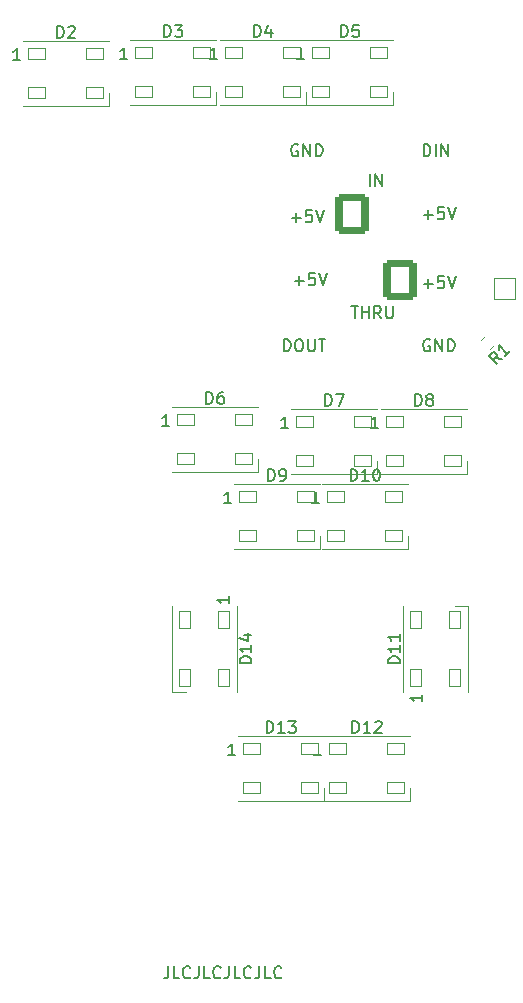
<source format=gbr>
%TF.GenerationSoftware,KiCad,Pcbnew,(6.0.9)*%
%TF.CreationDate,2022-12-16T22:56:41-09:00*%
%TF.ProjectId,PCB_ AV COOL PANEL,5043422c-2041-4562-9043-4f4f4c205041,rev?*%
%TF.SameCoordinates,Original*%
%TF.FileFunction,Legend,Top*%
%TF.FilePolarity,Positive*%
%FSLAX46Y46*%
G04 Gerber Fmt 4.6, Leading zero omitted, Abs format (unit mm)*
G04 Created by KiCad (PCBNEW (6.0.9)) date 2022-12-16 22:56:41*
%MOMM*%
%LPD*%
G01*
G04 APERTURE LIST*
G04 Aperture macros list*
%AMRoundRect*
0 Rectangle with rounded corners*
0 $1 Rounding radius*
0 $2 $3 $4 $5 $6 $7 $8 $9 X,Y pos of 4 corners*
0 Add a 4 corners polygon primitive as box body*
4,1,4,$2,$3,$4,$5,$6,$7,$8,$9,$2,$3,0*
0 Add four circle primitives for the rounded corners*
1,1,$1+$1,$2,$3*
1,1,$1+$1,$4,$5*
1,1,$1+$1,$6,$7*
1,1,$1+$1,$8,$9*
0 Add four rect primitives between the rounded corners*
20,1,$1+$1,$2,$3,$4,$5,0*
20,1,$1+$1,$4,$5,$6,$7,0*
20,1,$1+$1,$6,$7,$8,$9,0*
20,1,$1+$1,$8,$9,$2,$3,0*%
G04 Aperture macros list end*
%ADD10C,0.150000*%
%ADD11C,0.120000*%
%ADD12RoundRect,0.250000X-0.053033X0.335876X-0.335876X0.053033X0.053033X-0.335876X0.335876X-0.053033X0*%
%ADD13RoundRect,0.050000X-0.750000X-0.450000X0.750000X-0.450000X0.750000X0.450000X-0.750000X0.450000X0*%
%ADD14RoundRect,0.050000X0.450000X-0.750000X0.450000X0.750000X-0.450000X0.750000X-0.450000X-0.750000X0*%
%ADD15RoundRect,0.050000X-0.450000X0.750000X-0.450000X-0.750000X0.450000X-0.750000X0.450000X0.750000X0*%
%ADD16C,4.400000*%
%ADD17RoundRect,0.050000X0.900000X0.900000X-0.900000X0.900000X-0.900000X-0.900000X0.900000X-0.900000X0*%
%ADD18C,1.900000*%
%ADD19RoundRect,0.300001X-1.099999X-1.399999X1.099999X-1.399999X1.099999X1.399999X-1.099999X1.399999X0*%
%ADD20O,2.800000X3.400000*%
%ADD21RoundRect,0.300001X1.099999X1.399999X-1.099999X1.399999X-1.099999X-1.399999X1.099999X-1.399999X0*%
G04 APERTURE END LIST*
D10*
X231227523Y-62428380D02*
X231227523Y-61428380D01*
X231465619Y-61428380D01*
X231608476Y-61476000D01*
X231703714Y-61571238D01*
X231751333Y-61666476D01*
X231798952Y-61856952D01*
X231798952Y-61999809D01*
X231751333Y-62190285D01*
X231703714Y-62285523D01*
X231608476Y-62380761D01*
X231465619Y-62428380D01*
X231227523Y-62428380D01*
X232418000Y-61428380D02*
X232608476Y-61428380D01*
X232703714Y-61476000D01*
X232798952Y-61571238D01*
X232846571Y-61761714D01*
X232846571Y-62095047D01*
X232798952Y-62285523D01*
X232703714Y-62380761D01*
X232608476Y-62428380D01*
X232418000Y-62428380D01*
X232322761Y-62380761D01*
X232227523Y-62285523D01*
X232179904Y-62095047D01*
X232179904Y-61761714D01*
X232227523Y-61571238D01*
X232322761Y-61476000D01*
X232418000Y-61428380D01*
X233275142Y-61428380D02*
X233275142Y-62237904D01*
X233322761Y-62333142D01*
X233370380Y-62380761D01*
X233465619Y-62428380D01*
X233656095Y-62428380D01*
X233751333Y-62380761D01*
X233798952Y-62333142D01*
X233846571Y-62237904D01*
X233846571Y-61428380D01*
X234179904Y-61428380D02*
X234751333Y-61428380D01*
X234465619Y-62428380D02*
X234465619Y-61428380D01*
X231886285Y-51125428D02*
X232648190Y-51125428D01*
X232267238Y-51506380D02*
X232267238Y-50744476D01*
X233600571Y-50506380D02*
X233124380Y-50506380D01*
X233076761Y-50982571D01*
X233124380Y-50934952D01*
X233219619Y-50887333D01*
X233457714Y-50887333D01*
X233552952Y-50934952D01*
X233600571Y-50982571D01*
X233648190Y-51077809D01*
X233648190Y-51315904D01*
X233600571Y-51411142D01*
X233552952Y-51458761D01*
X233457714Y-51506380D01*
X233219619Y-51506380D01*
X233124380Y-51458761D01*
X233076761Y-51411142D01*
X233933904Y-50506380D02*
X234267238Y-51506380D01*
X234600571Y-50506380D01*
X232410095Y-44966000D02*
X232314857Y-44918380D01*
X232172000Y-44918380D01*
X232029142Y-44966000D01*
X231933904Y-45061238D01*
X231886285Y-45156476D01*
X231838666Y-45346952D01*
X231838666Y-45489809D01*
X231886285Y-45680285D01*
X231933904Y-45775523D01*
X232029142Y-45870761D01*
X232172000Y-45918380D01*
X232267238Y-45918380D01*
X232410095Y-45870761D01*
X232457714Y-45823142D01*
X232457714Y-45489809D01*
X232267238Y-45489809D01*
X232886285Y-45918380D02*
X232886285Y-44918380D01*
X233457714Y-45918380D01*
X233457714Y-44918380D01*
X233933904Y-45918380D02*
X233933904Y-44918380D01*
X234172000Y-44918380D01*
X234314857Y-44966000D01*
X234410095Y-45061238D01*
X234457714Y-45156476D01*
X234505333Y-45346952D01*
X234505333Y-45489809D01*
X234457714Y-45680285D01*
X234410095Y-45775523D01*
X234314857Y-45870761D01*
X234172000Y-45918380D01*
X233933904Y-45918380D01*
X236926666Y-58634380D02*
X237498095Y-58634380D01*
X237212380Y-59634380D02*
X237212380Y-58634380D01*
X237831428Y-59634380D02*
X237831428Y-58634380D01*
X237831428Y-59110571D02*
X238402857Y-59110571D01*
X238402857Y-59634380D02*
X238402857Y-58634380D01*
X239450476Y-59634380D02*
X239117142Y-59158190D01*
X238879047Y-59634380D02*
X238879047Y-58634380D01*
X239260000Y-58634380D01*
X239355238Y-58682000D01*
X239402857Y-58729619D01*
X239450476Y-58824857D01*
X239450476Y-58967714D01*
X239402857Y-59062952D01*
X239355238Y-59110571D01*
X239260000Y-59158190D01*
X238879047Y-59158190D01*
X239879047Y-58634380D02*
X239879047Y-59443904D01*
X239926666Y-59539142D01*
X239974285Y-59586761D01*
X240069523Y-59634380D01*
X240260000Y-59634380D01*
X240355238Y-59586761D01*
X240402857Y-59539142D01*
X240450476Y-59443904D01*
X240450476Y-58634380D01*
X238490190Y-48458380D02*
X238490190Y-47458380D01*
X238966380Y-48458380D02*
X238966380Y-47458380D01*
X239537809Y-48458380D01*
X239537809Y-47458380D01*
X243070190Y-45918380D02*
X243070190Y-44918380D01*
X243308285Y-44918380D01*
X243451142Y-44966000D01*
X243546380Y-45061238D01*
X243594000Y-45156476D01*
X243641619Y-45346952D01*
X243641619Y-45489809D01*
X243594000Y-45680285D01*
X243546380Y-45775523D01*
X243451142Y-45870761D01*
X243308285Y-45918380D01*
X243070190Y-45918380D01*
X244070190Y-45918380D02*
X244070190Y-44918380D01*
X244546380Y-45918380D02*
X244546380Y-44918380D01*
X245117809Y-45918380D01*
X245117809Y-44918380D01*
X243062285Y-56713428D02*
X243824190Y-56713428D01*
X243443238Y-57094380D02*
X243443238Y-56332476D01*
X244776571Y-56094380D02*
X244300380Y-56094380D01*
X244252761Y-56570571D01*
X244300380Y-56522952D01*
X244395619Y-56475333D01*
X244633714Y-56475333D01*
X244728952Y-56522952D01*
X244776571Y-56570571D01*
X244824190Y-56665809D01*
X244824190Y-56903904D01*
X244776571Y-56999142D01*
X244728952Y-57046761D01*
X244633714Y-57094380D01*
X244395619Y-57094380D01*
X244300380Y-57046761D01*
X244252761Y-56999142D01*
X245109904Y-56094380D02*
X245443238Y-57094380D01*
X245776571Y-56094380D01*
X232140285Y-56459428D02*
X232902190Y-56459428D01*
X232521238Y-56840380D02*
X232521238Y-56078476D01*
X233854571Y-55840380D02*
X233378380Y-55840380D01*
X233330761Y-56316571D01*
X233378380Y-56268952D01*
X233473619Y-56221333D01*
X233711714Y-56221333D01*
X233806952Y-56268952D01*
X233854571Y-56316571D01*
X233902190Y-56411809D01*
X233902190Y-56649904D01*
X233854571Y-56745142D01*
X233806952Y-56792761D01*
X233711714Y-56840380D01*
X233473619Y-56840380D01*
X233378380Y-56792761D01*
X233330761Y-56745142D01*
X234187904Y-55840380D02*
X234521238Y-56840380D01*
X234854571Y-55840380D01*
X243586095Y-61476000D02*
X243490857Y-61428380D01*
X243348000Y-61428380D01*
X243205142Y-61476000D01*
X243109904Y-61571238D01*
X243062285Y-61666476D01*
X243014666Y-61856952D01*
X243014666Y-61999809D01*
X243062285Y-62190285D01*
X243109904Y-62285523D01*
X243205142Y-62380761D01*
X243348000Y-62428380D01*
X243443238Y-62428380D01*
X243586095Y-62380761D01*
X243633714Y-62333142D01*
X243633714Y-61999809D01*
X243443238Y-61999809D01*
X244062285Y-62428380D02*
X244062285Y-61428380D01*
X244633714Y-62428380D01*
X244633714Y-61428380D01*
X245109904Y-62428380D02*
X245109904Y-61428380D01*
X245348000Y-61428380D01*
X245490857Y-61476000D01*
X245586095Y-61571238D01*
X245633714Y-61666476D01*
X245681333Y-61856952D01*
X245681333Y-61999809D01*
X245633714Y-62190285D01*
X245586095Y-62285523D01*
X245490857Y-62380761D01*
X245348000Y-62428380D01*
X245109904Y-62428380D01*
X243062285Y-50871428D02*
X243824190Y-50871428D01*
X243443238Y-51252380D02*
X243443238Y-50490476D01*
X244776571Y-50252380D02*
X244300380Y-50252380D01*
X244252761Y-50728571D01*
X244300380Y-50680952D01*
X244395619Y-50633333D01*
X244633714Y-50633333D01*
X244728952Y-50680952D01*
X244776571Y-50728571D01*
X244824190Y-50823809D01*
X244824190Y-51061904D01*
X244776571Y-51157142D01*
X244728952Y-51204761D01*
X244633714Y-51252380D01*
X244395619Y-51252380D01*
X244300380Y-51204761D01*
X244252761Y-51157142D01*
X245109904Y-50252380D02*
X245443238Y-51252380D01*
X245776571Y-50252380D01*
X221440952Y-114514380D02*
X221440952Y-115228666D01*
X221393333Y-115371523D01*
X221298095Y-115466761D01*
X221155238Y-115514380D01*
X221060000Y-115514380D01*
X222393333Y-115514380D02*
X221917142Y-115514380D01*
X221917142Y-114514380D01*
X223298095Y-115419142D02*
X223250476Y-115466761D01*
X223107619Y-115514380D01*
X223012380Y-115514380D01*
X222869523Y-115466761D01*
X222774285Y-115371523D01*
X222726666Y-115276285D01*
X222679047Y-115085809D01*
X222679047Y-114942952D01*
X222726666Y-114752476D01*
X222774285Y-114657238D01*
X222869523Y-114562000D01*
X223012380Y-114514380D01*
X223107619Y-114514380D01*
X223250476Y-114562000D01*
X223298095Y-114609619D01*
X224012380Y-114514380D02*
X224012380Y-115228666D01*
X223964761Y-115371523D01*
X223869523Y-115466761D01*
X223726666Y-115514380D01*
X223631428Y-115514380D01*
X224964761Y-115514380D02*
X224488571Y-115514380D01*
X224488571Y-114514380D01*
X225869523Y-115419142D02*
X225821904Y-115466761D01*
X225679047Y-115514380D01*
X225583809Y-115514380D01*
X225440952Y-115466761D01*
X225345714Y-115371523D01*
X225298095Y-115276285D01*
X225250476Y-115085809D01*
X225250476Y-114942952D01*
X225298095Y-114752476D01*
X225345714Y-114657238D01*
X225440952Y-114562000D01*
X225583809Y-114514380D01*
X225679047Y-114514380D01*
X225821904Y-114562000D01*
X225869523Y-114609619D01*
X226583809Y-114514380D02*
X226583809Y-115228666D01*
X226536190Y-115371523D01*
X226440952Y-115466761D01*
X226298095Y-115514380D01*
X226202857Y-115514380D01*
X227536190Y-115514380D02*
X227060000Y-115514380D01*
X227060000Y-114514380D01*
X228440952Y-115419142D02*
X228393333Y-115466761D01*
X228250476Y-115514380D01*
X228155238Y-115514380D01*
X228012380Y-115466761D01*
X227917142Y-115371523D01*
X227869523Y-115276285D01*
X227821904Y-115085809D01*
X227821904Y-114942952D01*
X227869523Y-114752476D01*
X227917142Y-114657238D01*
X228012380Y-114562000D01*
X228155238Y-114514380D01*
X228250476Y-114514380D01*
X228393333Y-114562000D01*
X228440952Y-114609619D01*
X229155238Y-114514380D02*
X229155238Y-115228666D01*
X229107619Y-115371523D01*
X229012380Y-115466761D01*
X228869523Y-115514380D01*
X228774285Y-115514380D01*
X230107619Y-115514380D02*
X229631428Y-115514380D01*
X229631428Y-114514380D01*
X231012380Y-115419142D02*
X230964761Y-115466761D01*
X230821904Y-115514380D01*
X230726666Y-115514380D01*
X230583809Y-115466761D01*
X230488571Y-115371523D01*
X230440952Y-115276285D01*
X230393333Y-115085809D01*
X230393333Y-114942952D01*
X230440952Y-114752476D01*
X230488571Y-114657238D01*
X230583809Y-114562000D01*
X230726666Y-114514380D01*
X230821904Y-114514380D01*
X230964761Y-114562000D01*
X231012380Y-114609619D01*
%TO.C,R1*%
X249674040Y-63122048D02*
X249101620Y-63021033D01*
X249269979Y-63526109D02*
X248562872Y-62819003D01*
X248832246Y-62549628D01*
X248933261Y-62515957D01*
X249000605Y-62515957D01*
X249101620Y-62549628D01*
X249202635Y-62650644D01*
X249236307Y-62751659D01*
X249236307Y-62819003D01*
X249202635Y-62920018D01*
X248933261Y-63189392D01*
X250347475Y-62448613D02*
X249943414Y-62852674D01*
X250145445Y-62650644D02*
X249438338Y-61943537D01*
X249472010Y-62111896D01*
X249472010Y-62246583D01*
X249438338Y-62347598D01*
%TO.C,D2*%
X212023904Y-35890380D02*
X212023904Y-34890380D01*
X212262000Y-34890380D01*
X212404857Y-34938000D01*
X212500095Y-35033238D01*
X212547714Y-35128476D01*
X212595333Y-35318952D01*
X212595333Y-35461809D01*
X212547714Y-35652285D01*
X212500095Y-35747523D01*
X212404857Y-35842761D01*
X212262000Y-35890380D01*
X212023904Y-35890380D01*
X212976285Y-34985619D02*
X213023904Y-34938000D01*
X213119142Y-34890380D01*
X213357238Y-34890380D01*
X213452476Y-34938000D01*
X213500095Y-34985619D01*
X213547714Y-35080857D01*
X213547714Y-35176095D01*
X213500095Y-35318952D01*
X212928666Y-35890380D01*
X213547714Y-35890380D01*
X208897714Y-37790380D02*
X208326285Y-37790380D01*
X208612000Y-37790380D02*
X208612000Y-36790380D01*
X208516761Y-36933238D01*
X208421523Y-37028476D01*
X208326285Y-37076095D01*
%TO.C,D3*%
X221093904Y-35814380D02*
X221093904Y-34814380D01*
X221332000Y-34814380D01*
X221474857Y-34862000D01*
X221570095Y-34957238D01*
X221617714Y-35052476D01*
X221665333Y-35242952D01*
X221665333Y-35385809D01*
X221617714Y-35576285D01*
X221570095Y-35671523D01*
X221474857Y-35766761D01*
X221332000Y-35814380D01*
X221093904Y-35814380D01*
X221998666Y-34814380D02*
X222617714Y-34814380D01*
X222284380Y-35195333D01*
X222427238Y-35195333D01*
X222522476Y-35242952D01*
X222570095Y-35290571D01*
X222617714Y-35385809D01*
X222617714Y-35623904D01*
X222570095Y-35719142D01*
X222522476Y-35766761D01*
X222427238Y-35814380D01*
X222141523Y-35814380D01*
X222046285Y-35766761D01*
X221998666Y-35719142D01*
X217967714Y-37714380D02*
X217396285Y-37714380D01*
X217682000Y-37714380D02*
X217682000Y-36714380D01*
X217586761Y-36857238D01*
X217491523Y-36952476D01*
X217396285Y-37000095D01*
%TO.C,D4*%
X228713904Y-35814380D02*
X228713904Y-34814380D01*
X228952000Y-34814380D01*
X229094857Y-34862000D01*
X229190095Y-34957238D01*
X229237714Y-35052476D01*
X229285333Y-35242952D01*
X229285333Y-35385809D01*
X229237714Y-35576285D01*
X229190095Y-35671523D01*
X229094857Y-35766761D01*
X228952000Y-35814380D01*
X228713904Y-35814380D01*
X230142476Y-35147714D02*
X230142476Y-35814380D01*
X229904380Y-34766761D02*
X229666285Y-35481047D01*
X230285333Y-35481047D01*
X225587714Y-37714380D02*
X225016285Y-37714380D01*
X225302000Y-37714380D02*
X225302000Y-36714380D01*
X225206761Y-36857238D01*
X225111523Y-36952476D01*
X225016285Y-37000095D01*
%TO.C,D5*%
X236079904Y-35814380D02*
X236079904Y-34814380D01*
X236318000Y-34814380D01*
X236460857Y-34862000D01*
X236556095Y-34957238D01*
X236603714Y-35052476D01*
X236651333Y-35242952D01*
X236651333Y-35385809D01*
X236603714Y-35576285D01*
X236556095Y-35671523D01*
X236460857Y-35766761D01*
X236318000Y-35814380D01*
X236079904Y-35814380D01*
X237556095Y-34814380D02*
X237079904Y-34814380D01*
X237032285Y-35290571D01*
X237079904Y-35242952D01*
X237175142Y-35195333D01*
X237413238Y-35195333D01*
X237508476Y-35242952D01*
X237556095Y-35290571D01*
X237603714Y-35385809D01*
X237603714Y-35623904D01*
X237556095Y-35719142D01*
X237508476Y-35766761D01*
X237413238Y-35814380D01*
X237175142Y-35814380D01*
X237079904Y-35766761D01*
X237032285Y-35719142D01*
X232953714Y-37714380D02*
X232382285Y-37714380D01*
X232668000Y-37714380D02*
X232668000Y-36714380D01*
X232572761Y-36857238D01*
X232477523Y-36952476D01*
X232382285Y-37000095D01*
%TO.C,D6*%
X224649904Y-66878380D02*
X224649904Y-65878380D01*
X224888000Y-65878380D01*
X225030857Y-65926000D01*
X225126095Y-66021238D01*
X225173714Y-66116476D01*
X225221333Y-66306952D01*
X225221333Y-66449809D01*
X225173714Y-66640285D01*
X225126095Y-66735523D01*
X225030857Y-66830761D01*
X224888000Y-66878380D01*
X224649904Y-66878380D01*
X226078476Y-65878380D02*
X225888000Y-65878380D01*
X225792761Y-65926000D01*
X225745142Y-65973619D01*
X225649904Y-66116476D01*
X225602285Y-66306952D01*
X225602285Y-66687904D01*
X225649904Y-66783142D01*
X225697523Y-66830761D01*
X225792761Y-66878380D01*
X225983238Y-66878380D01*
X226078476Y-66830761D01*
X226126095Y-66783142D01*
X226173714Y-66687904D01*
X226173714Y-66449809D01*
X226126095Y-66354571D01*
X226078476Y-66306952D01*
X225983238Y-66259333D01*
X225792761Y-66259333D01*
X225697523Y-66306952D01*
X225649904Y-66354571D01*
X225602285Y-66449809D01*
X221523714Y-68778380D02*
X220952285Y-68778380D01*
X221238000Y-68778380D02*
X221238000Y-67778380D01*
X221142761Y-67921238D01*
X221047523Y-68016476D01*
X220952285Y-68064095D01*
%TO.C,D7*%
X234719904Y-67056380D02*
X234719904Y-66056380D01*
X234958000Y-66056380D01*
X235100857Y-66104000D01*
X235196095Y-66199238D01*
X235243714Y-66294476D01*
X235291333Y-66484952D01*
X235291333Y-66627809D01*
X235243714Y-66818285D01*
X235196095Y-66913523D01*
X235100857Y-67008761D01*
X234958000Y-67056380D01*
X234719904Y-67056380D01*
X235624666Y-66056380D02*
X236291333Y-66056380D01*
X235862761Y-67056380D01*
X231593714Y-68956380D02*
X231022285Y-68956380D01*
X231308000Y-68956380D02*
X231308000Y-67956380D01*
X231212761Y-68099238D01*
X231117523Y-68194476D01*
X231022285Y-68242095D01*
%TO.C,D8*%
X242339904Y-67056380D02*
X242339904Y-66056380D01*
X242578000Y-66056380D01*
X242720857Y-66104000D01*
X242816095Y-66199238D01*
X242863714Y-66294476D01*
X242911333Y-66484952D01*
X242911333Y-66627809D01*
X242863714Y-66818285D01*
X242816095Y-66913523D01*
X242720857Y-67008761D01*
X242578000Y-67056380D01*
X242339904Y-67056380D01*
X243482761Y-66484952D02*
X243387523Y-66437333D01*
X243339904Y-66389714D01*
X243292285Y-66294476D01*
X243292285Y-66246857D01*
X243339904Y-66151619D01*
X243387523Y-66104000D01*
X243482761Y-66056380D01*
X243673238Y-66056380D01*
X243768476Y-66104000D01*
X243816095Y-66151619D01*
X243863714Y-66246857D01*
X243863714Y-66294476D01*
X243816095Y-66389714D01*
X243768476Y-66437333D01*
X243673238Y-66484952D01*
X243482761Y-66484952D01*
X243387523Y-66532571D01*
X243339904Y-66580190D01*
X243292285Y-66675428D01*
X243292285Y-66865904D01*
X243339904Y-66961142D01*
X243387523Y-67008761D01*
X243482761Y-67056380D01*
X243673238Y-67056380D01*
X243768476Y-67008761D01*
X243816095Y-66961142D01*
X243863714Y-66865904D01*
X243863714Y-66675428D01*
X243816095Y-66580190D01*
X243768476Y-66532571D01*
X243673238Y-66484952D01*
X239213714Y-68956380D02*
X238642285Y-68956380D01*
X238928000Y-68956380D02*
X238928000Y-67956380D01*
X238832761Y-68099238D01*
X238737523Y-68194476D01*
X238642285Y-68242095D01*
%TO.C,D9*%
X229893904Y-73406380D02*
X229893904Y-72406380D01*
X230132000Y-72406380D01*
X230274857Y-72454000D01*
X230370095Y-72549238D01*
X230417714Y-72644476D01*
X230465333Y-72834952D01*
X230465333Y-72977809D01*
X230417714Y-73168285D01*
X230370095Y-73263523D01*
X230274857Y-73358761D01*
X230132000Y-73406380D01*
X229893904Y-73406380D01*
X230941523Y-73406380D02*
X231132000Y-73406380D01*
X231227238Y-73358761D01*
X231274857Y-73311142D01*
X231370095Y-73168285D01*
X231417714Y-72977809D01*
X231417714Y-72596857D01*
X231370095Y-72501619D01*
X231322476Y-72454000D01*
X231227238Y-72406380D01*
X231036761Y-72406380D01*
X230941523Y-72454000D01*
X230893904Y-72501619D01*
X230846285Y-72596857D01*
X230846285Y-72834952D01*
X230893904Y-72930190D01*
X230941523Y-72977809D01*
X231036761Y-73025428D01*
X231227238Y-73025428D01*
X231322476Y-72977809D01*
X231370095Y-72930190D01*
X231417714Y-72834952D01*
X226767714Y-75306380D02*
X226196285Y-75306380D01*
X226482000Y-75306380D02*
X226482000Y-74306380D01*
X226386761Y-74449238D01*
X226291523Y-74544476D01*
X226196285Y-74592095D01*
%TO.C,D10*%
X236873714Y-73406380D02*
X236873714Y-72406380D01*
X237111809Y-72406380D01*
X237254666Y-72454000D01*
X237349904Y-72549238D01*
X237397523Y-72644476D01*
X237445142Y-72834952D01*
X237445142Y-72977809D01*
X237397523Y-73168285D01*
X237349904Y-73263523D01*
X237254666Y-73358761D01*
X237111809Y-73406380D01*
X236873714Y-73406380D01*
X238397523Y-73406380D02*
X237826095Y-73406380D01*
X238111809Y-73406380D02*
X238111809Y-72406380D01*
X238016571Y-72549238D01*
X237921333Y-72644476D01*
X237826095Y-72692095D01*
X239016571Y-72406380D02*
X239111809Y-72406380D01*
X239207047Y-72454000D01*
X239254666Y-72501619D01*
X239302285Y-72596857D01*
X239349904Y-72787333D01*
X239349904Y-73025428D01*
X239302285Y-73215904D01*
X239254666Y-73311142D01*
X239207047Y-73358761D01*
X239111809Y-73406380D01*
X239016571Y-73406380D01*
X238921333Y-73358761D01*
X238873714Y-73311142D01*
X238826095Y-73215904D01*
X238778476Y-73025428D01*
X238778476Y-72787333D01*
X238826095Y-72596857D01*
X238873714Y-72501619D01*
X238921333Y-72454000D01*
X239016571Y-72406380D01*
X234223714Y-75306380D02*
X233652285Y-75306380D01*
X233938000Y-75306380D02*
X233938000Y-74306380D01*
X233842761Y-74449238D01*
X233747523Y-74544476D01*
X233652285Y-74592095D01*
%TO.C,D11*%
X241046380Y-88844285D02*
X240046380Y-88844285D01*
X240046380Y-88606190D01*
X240094000Y-88463333D01*
X240189238Y-88368095D01*
X240284476Y-88320476D01*
X240474952Y-88272857D01*
X240617809Y-88272857D01*
X240808285Y-88320476D01*
X240903523Y-88368095D01*
X240998761Y-88463333D01*
X241046380Y-88606190D01*
X241046380Y-88844285D01*
X241046380Y-87320476D02*
X241046380Y-87891904D01*
X241046380Y-87606190D02*
X240046380Y-87606190D01*
X240189238Y-87701428D01*
X240284476Y-87796666D01*
X240332095Y-87891904D01*
X241046380Y-86368095D02*
X241046380Y-86939523D01*
X241046380Y-86653809D02*
X240046380Y-86653809D01*
X240189238Y-86749047D01*
X240284476Y-86844285D01*
X240332095Y-86939523D01*
X242946380Y-91494285D02*
X242946380Y-92065714D01*
X242946380Y-91780000D02*
X241946380Y-91780000D01*
X242089238Y-91875238D01*
X242184476Y-91970476D01*
X242232095Y-92065714D01*
%TO.C,D12*%
X237037714Y-94742380D02*
X237037714Y-93742380D01*
X237275809Y-93742380D01*
X237418666Y-93790000D01*
X237513904Y-93885238D01*
X237561523Y-93980476D01*
X237609142Y-94170952D01*
X237609142Y-94313809D01*
X237561523Y-94504285D01*
X237513904Y-94599523D01*
X237418666Y-94694761D01*
X237275809Y-94742380D01*
X237037714Y-94742380D01*
X238561523Y-94742380D02*
X237990095Y-94742380D01*
X238275809Y-94742380D02*
X238275809Y-93742380D01*
X238180571Y-93885238D01*
X238085333Y-93980476D01*
X237990095Y-94028095D01*
X238942476Y-93837619D02*
X238990095Y-93790000D01*
X239085333Y-93742380D01*
X239323428Y-93742380D01*
X239418666Y-93790000D01*
X239466285Y-93837619D01*
X239513904Y-93932857D01*
X239513904Y-94028095D01*
X239466285Y-94170952D01*
X238894857Y-94742380D01*
X239513904Y-94742380D01*
X234387714Y-96642380D02*
X233816285Y-96642380D01*
X234102000Y-96642380D02*
X234102000Y-95642380D01*
X234006761Y-95785238D01*
X233911523Y-95880476D01*
X233816285Y-95928095D01*
%TO.C,D13*%
X229761714Y-94742380D02*
X229761714Y-93742380D01*
X229999809Y-93742380D01*
X230142666Y-93790000D01*
X230237904Y-93885238D01*
X230285523Y-93980476D01*
X230333142Y-94170952D01*
X230333142Y-94313809D01*
X230285523Y-94504285D01*
X230237904Y-94599523D01*
X230142666Y-94694761D01*
X229999809Y-94742380D01*
X229761714Y-94742380D01*
X231285523Y-94742380D02*
X230714095Y-94742380D01*
X230999809Y-94742380D02*
X230999809Y-93742380D01*
X230904571Y-93885238D01*
X230809333Y-93980476D01*
X230714095Y-94028095D01*
X231618857Y-93742380D02*
X232237904Y-93742380D01*
X231904571Y-94123333D01*
X232047428Y-94123333D01*
X232142666Y-94170952D01*
X232190285Y-94218571D01*
X232237904Y-94313809D01*
X232237904Y-94551904D01*
X232190285Y-94647142D01*
X232142666Y-94694761D01*
X232047428Y-94742380D01*
X231761714Y-94742380D01*
X231666476Y-94694761D01*
X231618857Y-94647142D01*
X227111714Y-96642380D02*
X226540285Y-96642380D01*
X226826000Y-96642380D02*
X226826000Y-95642380D01*
X226730761Y-95785238D01*
X226635523Y-95880476D01*
X226540285Y-95928095D01*
%TO.C,D14*%
X228488380Y-88844285D02*
X227488380Y-88844285D01*
X227488380Y-88606190D01*
X227536000Y-88463333D01*
X227631238Y-88368095D01*
X227726476Y-88320476D01*
X227916952Y-88272857D01*
X228059809Y-88272857D01*
X228250285Y-88320476D01*
X228345523Y-88368095D01*
X228440761Y-88463333D01*
X228488380Y-88606190D01*
X228488380Y-88844285D01*
X228488380Y-87320476D02*
X228488380Y-87891904D01*
X228488380Y-87606190D02*
X227488380Y-87606190D01*
X227631238Y-87701428D01*
X227726476Y-87796666D01*
X227774095Y-87891904D01*
X227821714Y-86463333D02*
X228488380Y-86463333D01*
X227440761Y-86701428D02*
X228155047Y-86939523D01*
X228155047Y-86320476D01*
X226588380Y-83194285D02*
X226588380Y-83765714D01*
X226588380Y-83480000D02*
X225588380Y-83480000D01*
X225731238Y-83575238D01*
X225826476Y-83670476D01*
X225874095Y-83765714D01*
D11*
%TO.C,R1*%
X248259150Y-61135923D02*
X247923617Y-61471456D01*
X248998077Y-61874850D02*
X248662544Y-62210383D01*
%TO.C,D2*%
X216412000Y-41688000D02*
X216412000Y-40538000D01*
X209112000Y-41688000D02*
X216412000Y-41688000D01*
X209112000Y-36188000D02*
X216412000Y-36188000D01*
%TO.C,D3*%
X225482000Y-41612000D02*
X225482000Y-40462000D01*
X218182000Y-36112000D02*
X225482000Y-36112000D01*
X218182000Y-41612000D02*
X225482000Y-41612000D01*
%TO.C,D4*%
X233102000Y-41612000D02*
X233102000Y-40462000D01*
X225802000Y-41612000D02*
X233102000Y-41612000D01*
X225802000Y-36112000D02*
X233102000Y-36112000D01*
%TO.C,D5*%
X233168000Y-36112000D02*
X240468000Y-36112000D01*
X240468000Y-41612000D02*
X240468000Y-40462000D01*
X233168000Y-41612000D02*
X240468000Y-41612000D01*
%TO.C,D6*%
X221738000Y-67176000D02*
X229038000Y-67176000D01*
X221738000Y-72676000D02*
X229038000Y-72676000D01*
X229038000Y-72676000D02*
X229038000Y-71526000D01*
%TO.C,D7*%
X239108000Y-72854000D02*
X239108000Y-71704000D01*
X231808000Y-72854000D02*
X239108000Y-72854000D01*
X231808000Y-67354000D02*
X239108000Y-67354000D01*
%TO.C,D8*%
X246728000Y-72854000D02*
X246728000Y-71704000D01*
X239428000Y-67354000D02*
X246728000Y-67354000D01*
X239428000Y-72854000D02*
X246728000Y-72854000D01*
%TO.C,D9*%
X226982000Y-73704000D02*
X234282000Y-73704000D01*
X226982000Y-79204000D02*
X234282000Y-79204000D01*
X234282000Y-79204000D02*
X234282000Y-78054000D01*
%TO.C,D10*%
X241738000Y-79204000D02*
X241738000Y-78054000D01*
X234438000Y-79204000D02*
X241738000Y-79204000D01*
X234438000Y-73704000D02*
X241738000Y-73704000D01*
%TO.C,D11*%
X246844000Y-83980000D02*
X245694000Y-83980000D01*
X246844000Y-91280000D02*
X246844000Y-83980000D01*
X241344000Y-91280000D02*
X241344000Y-83980000D01*
%TO.C,D12*%
X234602000Y-100540000D02*
X241902000Y-100540000D01*
X241902000Y-100540000D02*
X241902000Y-99390000D01*
X234602000Y-95040000D02*
X241902000Y-95040000D01*
%TO.C,D13*%
X227326000Y-100540000D02*
X234626000Y-100540000D01*
X227326000Y-95040000D02*
X234626000Y-95040000D01*
X234626000Y-100540000D02*
X234626000Y-99390000D01*
%TO.C,D14*%
X227286000Y-83980000D02*
X227286000Y-91280000D01*
X221786000Y-91280000D02*
X222936000Y-91280000D01*
X221786000Y-83980000D02*
X221786000Y-91280000D01*
%TD*%
%LPC*%
D12*
%TO.C,R1*%
X249044210Y-61089790D03*
X247877484Y-62256516D03*
%TD*%
D13*
%TO.C,D2*%
X210312000Y-37288000D03*
X210312000Y-40588000D03*
X215212000Y-40588000D03*
X215212000Y-37288000D03*
%TD*%
%TO.C,D3*%
X219382000Y-37212000D03*
X219382000Y-40512000D03*
X224282000Y-40512000D03*
X224282000Y-37212000D03*
%TD*%
%TO.C,D4*%
X227002000Y-37212000D03*
X227002000Y-40512000D03*
X231902000Y-40512000D03*
X231902000Y-37212000D03*
%TD*%
%TO.C,D5*%
X234368000Y-37212000D03*
X234368000Y-40512000D03*
X239268000Y-40512000D03*
X239268000Y-37212000D03*
%TD*%
%TO.C,D6*%
X222938000Y-68276000D03*
X222938000Y-71576000D03*
X227838000Y-71576000D03*
X227838000Y-68276000D03*
%TD*%
%TO.C,D7*%
X233008000Y-68454000D03*
X233008000Y-71754000D03*
X237908000Y-71754000D03*
X237908000Y-68454000D03*
%TD*%
%TO.C,D8*%
X240628000Y-68454000D03*
X240628000Y-71754000D03*
X245528000Y-71754000D03*
X245528000Y-68454000D03*
%TD*%
%TO.C,D9*%
X228182000Y-74804000D03*
X228182000Y-78104000D03*
X233082000Y-78104000D03*
X233082000Y-74804000D03*
%TD*%
%TO.C,D10*%
X235638000Y-74804000D03*
X235638000Y-78104000D03*
X240538000Y-78104000D03*
X240538000Y-74804000D03*
%TD*%
D14*
%TO.C,D11*%
X242444000Y-90080000D03*
X245744000Y-90080000D03*
X245744000Y-85180000D03*
X242444000Y-85180000D03*
%TD*%
D13*
%TO.C,D12*%
X235802000Y-96140000D03*
X235802000Y-99440000D03*
X240702000Y-99440000D03*
X240702000Y-96140000D03*
%TD*%
%TO.C,D13*%
X228526000Y-96140000D03*
X228526000Y-99440000D03*
X233426000Y-99440000D03*
X233426000Y-96140000D03*
%TD*%
D15*
%TO.C,D14*%
X226186000Y-85180000D03*
X222886000Y-85180000D03*
X222886000Y-90080000D03*
X226186000Y-90080000D03*
%TD*%
D16*
%TO.C,REF\u002A\u002A*%
X227838000Y-57912000D03*
%TD*%
%TO.C,REF\u002A\u002A*%
X238950519Y-107950010D03*
%TD*%
D17*
%TO.C,D1*%
X249936000Y-57150000D03*
D18*
X247396000Y-57150000D03*
%TD*%
D19*
%TO.C,J1*%
X236982000Y-50800000D03*
D20*
X241182000Y-50800000D03*
X236982000Y-45300000D03*
X241182000Y-45300000D03*
%TD*%
D21*
%TO.C,J2*%
X241046000Y-56388000D03*
D20*
X236846000Y-56388000D03*
X241046000Y-61888000D03*
X236846000Y-61888000D03*
%TD*%
M02*

</source>
